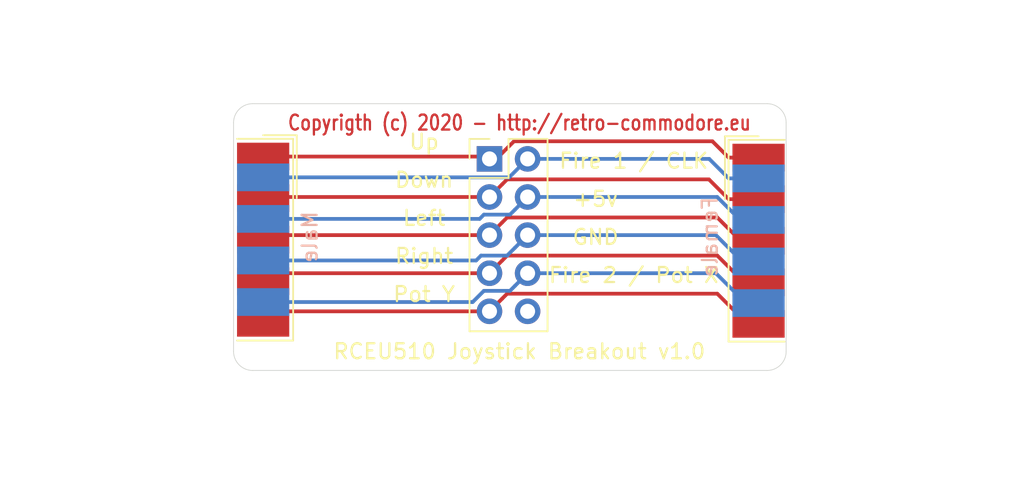
<source format=kicad_pcb>
(kicad_pcb (version 20171130) (host pcbnew "(5.1.8)-1")

  (general
    (thickness 1.6)
    (drawings 21)
    (tracks 64)
    (zones 0)
    (modules 3)
    (nets 11)
  )

  (page A4)
  (title_block
    (title "RCEU510 - Joystick Breakout")
    (date 2020-02-17)
    (rev 1)
    (comment 3 "by Tomse in 2020")
    (comment 4 http://retro-commodore.eu)
  )

  (layers
    (0 F.Cu signal)
    (31 B.Cu signal)
    (32 B.Adhes user)
    (33 F.Adhes user)
    (34 B.Paste user)
    (35 F.Paste user)
    (36 B.SilkS user)
    (37 F.SilkS user)
    (38 B.Mask user)
    (39 F.Mask user)
    (40 Dwgs.User user)
    (41 Cmts.User user)
    (42 Eco1.User user)
    (43 Eco2.User user)
    (44 Edge.Cuts user)
    (45 Margin user)
    (46 B.CrtYd user)
    (47 F.CrtYd user)
    (48 B.Fab user)
    (49 F.Fab user)
  )

  (setup
    (last_trace_width 0.25)
    (trace_clearance 0.2)
    (zone_clearance 0.508)
    (zone_45_only no)
    (trace_min 0.2)
    (via_size 0.8)
    (via_drill 0.4)
    (via_min_size 0.4)
    (via_min_drill 0.3)
    (uvia_size 0.3)
    (uvia_drill 0.1)
    (uvias_allowed no)
    (uvia_min_size 0.2)
    (uvia_min_drill 0.1)
    (edge_width 0.05)
    (segment_width 0.2)
    (pcb_text_width 0.3)
    (pcb_text_size 1.5 1.5)
    (mod_edge_width 0.12)
    (mod_text_size 1 1)
    (mod_text_width 0.15)
    (pad_size 1.524 1.524)
    (pad_drill 0.762)
    (pad_to_mask_clearance 0.051)
    (solder_mask_min_width 0.25)
    (aux_axis_origin 0 0)
    (visible_elements 7FFFFFFF)
    (pcbplotparams
      (layerselection 0x010fc_ffffffff)
      (usegerberextensions false)
      (usegerberattributes false)
      (usegerberadvancedattributes false)
      (creategerberjobfile false)
      (excludeedgelayer true)
      (linewidth 0.100000)
      (plotframeref false)
      (viasonmask false)
      (mode 1)
      (useauxorigin false)
      (hpglpennumber 1)
      (hpglpenspeed 20)
      (hpglpendiameter 15.000000)
      (psnegative false)
      (psa4output false)
      (plotreference true)
      (plotvalue true)
      (plotinvisibletext false)
      (padsonsilk false)
      (subtractmaskfromsilk false)
      (outputformat 1)
      (mirror false)
      (drillshape 0)
      (scaleselection 1)
      (outputdirectory "joystick breakout/"))
  )

  (net 0 "")
  (net 1 "Net-(J1-Pad9)")
  (net 2 "Net-(J1-Pad8)")
  (net 3 "Net-(J1-Pad7)")
  (net 4 "Net-(J1-Pad6)")
  (net 5 "Net-(J1-Pad5)")
  (net 6 "Net-(J1-Pad4)")
  (net 7 "Net-(J1-Pad3)")
  (net 8 "Net-(J1-Pad2)")
  (net 9 "Net-(J1-Pad1)")
  (net 10 "Net-(J2-Pad10)")

  (net_class Default "This is the default net class."
    (clearance 0.2)
    (trace_width 0.25)
    (via_dia 0.8)
    (via_drill 0.4)
    (uvia_dia 0.3)
    (uvia_drill 0.1)
    (add_net "Net-(J1-Pad1)")
    (add_net "Net-(J1-Pad2)")
    (add_net "Net-(J1-Pad3)")
    (add_net "Net-(J1-Pad4)")
    (add_net "Net-(J1-Pad5)")
    (add_net "Net-(J1-Pad6)")
    (add_net "Net-(J1-Pad7)")
    (add_net "Net-(J1-Pad8)")
    (add_net "Net-(J1-Pad9)")
    (add_net "Net-(J2-Pad10)")
  )

  (module Connector_PinHeader_2.54mm:PinHeader_2x05_P2.54mm_Vertical (layer F.Cu) (tedit 59FED5CC) (tstamp 5E4ACC64)
    (at 161.83726 101.46961)
    (descr "Through hole straight pin header, 2x05, 2.54mm pitch, double rows")
    (tags "Through hole pin header THT 2x05 2.54mm double row")
    (path /5E4AAB0C)
    (fp_text reference J2 (at 1.27 -2.33) (layer F.SilkS) hide
      (effects (font (size 1 1) (thickness 0.15)))
    )
    (fp_text value Conn_02x05_Top_Bottom_MountingPin (at 1.27 12.49) (layer F.Fab) hide
      (effects (font (size 1 1) (thickness 0.15)))
    )
    (fp_line (start 0 -1.27) (end 3.81 -1.27) (layer F.Fab) (width 0.1))
    (fp_line (start 3.81 -1.27) (end 3.81 11.43) (layer F.Fab) (width 0.1))
    (fp_line (start 3.81 11.43) (end -1.27 11.43) (layer F.Fab) (width 0.1))
    (fp_line (start -1.27 11.43) (end -1.27 0) (layer F.Fab) (width 0.1))
    (fp_line (start -1.27 0) (end 0 -1.27) (layer F.Fab) (width 0.1))
    (fp_line (start -1.33 11.49) (end 3.87 11.49) (layer F.SilkS) (width 0.12))
    (fp_line (start -1.33 1.27) (end -1.33 11.49) (layer F.SilkS) (width 0.12))
    (fp_line (start 3.87 -1.33) (end 3.87 11.49) (layer F.SilkS) (width 0.12))
    (fp_line (start -1.33 1.27) (end 1.27 1.27) (layer F.SilkS) (width 0.12))
    (fp_line (start 1.27 1.27) (end 1.27 -1.33) (layer F.SilkS) (width 0.12))
    (fp_line (start 1.27 -1.33) (end 3.87 -1.33) (layer F.SilkS) (width 0.12))
    (fp_line (start -1.33 0) (end -1.33 -1.33) (layer F.SilkS) (width 0.12))
    (fp_line (start -1.33 -1.33) (end 0 -1.33) (layer F.SilkS) (width 0.12))
    (fp_line (start -1.8 -1.8) (end -1.8 11.95) (layer F.CrtYd) (width 0.05))
    (fp_line (start -1.8 11.95) (end 4.35 11.95) (layer F.CrtYd) (width 0.05))
    (fp_line (start 4.35 11.95) (end 4.35 -1.8) (layer F.CrtYd) (width 0.05))
    (fp_line (start 4.35 -1.8) (end -1.8 -1.8) (layer F.CrtYd) (width 0.05))
    (fp_text user %R (at 1.27 5.08 90) (layer F.Fab)
      (effects (font (size 1 1) (thickness 0.15)))
    )
    (pad 10 thru_hole oval (at 2.54 10.16) (size 1.7 1.7) (drill 1) (layers *.Cu *.Mask)
      (net 10 "Net-(J2-Pad10)"))
    (pad 9 thru_hole oval (at 0 10.16) (size 1.7 1.7) (drill 1) (layers *.Cu *.Mask)
      (net 5 "Net-(J1-Pad5)"))
    (pad 8 thru_hole oval (at 2.54 7.62) (size 1.7 1.7) (drill 1) (layers *.Cu *.Mask)
      (net 1 "Net-(J1-Pad9)"))
    (pad 7 thru_hole oval (at 0 7.62) (size 1.7 1.7) (drill 1) (layers *.Cu *.Mask)
      (net 6 "Net-(J1-Pad4)"))
    (pad 6 thru_hole oval (at 2.54 5.08) (size 1.7 1.7) (drill 1) (layers *.Cu *.Mask)
      (net 2 "Net-(J1-Pad8)"))
    (pad 5 thru_hole oval (at 0 5.08) (size 1.7 1.7) (drill 1) (layers *.Cu *.Mask)
      (net 7 "Net-(J1-Pad3)"))
    (pad 4 thru_hole oval (at 2.54 2.54) (size 1.7 1.7) (drill 1) (layers *.Cu *.Mask)
      (net 3 "Net-(J1-Pad7)"))
    (pad 3 thru_hole oval (at 0 2.54) (size 1.7 1.7) (drill 1) (layers *.Cu *.Mask)
      (net 8 "Net-(J1-Pad2)"))
    (pad 2 thru_hole oval (at 2.54 0) (size 1.7 1.7) (drill 1) (layers *.Cu *.Mask)
      (net 4 "Net-(J1-Pad6)"))
    (pad 1 thru_hole rect (at 0 0) (size 1.7 1.7) (drill 1) (layers *.Cu *.Mask)
      (net 9 "Net-(J1-Pad1)"))
    (model ${KISYS3DMOD}/Connector_PinHeader_2.54mm.3dshapes/PinHeader_2x05_P2.54mm_Vertical.wrl
      (at (xyz 0 0 0))
      (scale (xyz 1 1 1))
      (rotate (xyz 0 0 0))
    )
  )

  (module Connector_Dsub:DSUB-9_Female_EdgeMount_P2.77mm (layer F.Cu) (tedit 59FEDEE2) (tstamp 5E4AD3F2)
    (at 179.77083 106.924286 90)
    (descr "9-pin D-Sub connector, solder-cups edge-mounted, female, x-pin-pitch 2.77mm, distance of mounting holes 25mm, see https://disti-assets.s3.amazonaws.com/tonar/files/datasheets/16730.pdf")
    (tags "9-pin D-Sub connector edge mount solder cup female x-pin-pitch 2.77mm mounting holes distance 25mm")
    (path /5E4A70AB)
    (attr smd)
    (fp_text reference J3 (at -9.463333 0 90) (layer F.SilkS) hide
      (effects (font (size 1 1) (thickness 0.15)))
    )
    (fp_text value DB9_Female (at 0 16.86 90) (layer F.Fab)
      (effects (font (size 1 1) (thickness 0.15)))
    )
    (fp_line (start 4.94 -0.91) (end 4.94 1.99) (layer F.Fab) (width 0.1))
    (fp_line (start 4.94 1.99) (end 6.14 1.99) (layer F.Fab) (width 0.1))
    (fp_line (start 6.14 1.99) (end 6.14 -0.91) (layer F.Fab) (width 0.1))
    (fp_line (start 6.14 -0.91) (end 4.94 -0.91) (layer F.Fab) (width 0.1))
    (fp_line (start 2.17 -0.91) (end 2.17 1.99) (layer F.Fab) (width 0.1))
    (fp_line (start 2.17 1.99) (end 3.37 1.99) (layer F.Fab) (width 0.1))
    (fp_line (start 3.37 1.99) (end 3.37 -0.91) (layer F.Fab) (width 0.1))
    (fp_line (start 3.37 -0.91) (end 2.17 -0.91) (layer F.Fab) (width 0.1))
    (fp_line (start -0.6 -0.91) (end -0.6 1.99) (layer F.Fab) (width 0.1))
    (fp_line (start -0.6 1.99) (end 0.6 1.99) (layer F.Fab) (width 0.1))
    (fp_line (start 0.6 1.99) (end 0.6 -0.91) (layer F.Fab) (width 0.1))
    (fp_line (start 0.6 -0.91) (end -0.6 -0.91) (layer F.Fab) (width 0.1))
    (fp_line (start -3.37 -0.91) (end -3.37 1.99) (layer F.Fab) (width 0.1))
    (fp_line (start -3.37 1.99) (end -2.17 1.99) (layer F.Fab) (width 0.1))
    (fp_line (start -2.17 1.99) (end -2.17 -0.91) (layer F.Fab) (width 0.1))
    (fp_line (start -2.17 -0.91) (end -3.37 -0.91) (layer F.Fab) (width 0.1))
    (fp_line (start -6.14 -0.91) (end -6.14 1.99) (layer F.Fab) (width 0.1))
    (fp_line (start -6.14 1.99) (end -4.94 1.99) (layer F.Fab) (width 0.1))
    (fp_line (start -4.94 1.99) (end -4.94 -0.91) (layer F.Fab) (width 0.1))
    (fp_line (start -4.94 -0.91) (end -6.14 -0.91) (layer F.Fab) (width 0.1))
    (fp_line (start 3.555 -0.91) (end 3.555 1.99) (layer B.Fab) (width 0.1))
    (fp_line (start 3.555 1.99) (end 4.755 1.99) (layer B.Fab) (width 0.1))
    (fp_line (start 4.755 1.99) (end 4.755 -0.91) (layer B.Fab) (width 0.1))
    (fp_line (start 4.755 -0.91) (end 3.555 -0.91) (layer B.Fab) (width 0.1))
    (fp_line (start 0.785 -0.91) (end 0.785 1.99) (layer B.Fab) (width 0.1))
    (fp_line (start 0.785 1.99) (end 1.985 1.99) (layer B.Fab) (width 0.1))
    (fp_line (start 1.985 1.99) (end 1.985 -0.91) (layer B.Fab) (width 0.1))
    (fp_line (start 1.985 -0.91) (end 0.785 -0.91) (layer B.Fab) (width 0.1))
    (fp_line (start -1.985 -0.91) (end -1.985 1.99) (layer B.Fab) (width 0.1))
    (fp_line (start -1.985 1.99) (end -0.785 1.99) (layer B.Fab) (width 0.1))
    (fp_line (start -0.785 1.99) (end -0.785 -0.91) (layer B.Fab) (width 0.1))
    (fp_line (start -0.785 -0.91) (end -1.985 -0.91) (layer B.Fab) (width 0.1))
    (fp_line (start -4.755 -0.91) (end -4.755 1.99) (layer B.Fab) (width 0.1))
    (fp_line (start -4.755 1.99) (end -3.555 1.99) (layer B.Fab) (width 0.1))
    (fp_line (start -3.555 1.99) (end -3.555 -0.91) (layer B.Fab) (width 0.1))
    (fp_line (start -3.555 -0.91) (end -4.755 -0.91) (layer B.Fab) (width 0.1))
    (fp_line (start -7.55 1.99) (end -7.55 4.79) (layer F.Fab) (width 0.1))
    (fp_line (start -7.55 4.79) (end 7.55 4.79) (layer F.Fab) (width 0.1))
    (fp_line (start 7.55 4.79) (end 7.55 1.99) (layer F.Fab) (width 0.1))
    (fp_line (start 7.55 1.99) (end -7.55 1.99) (layer F.Fab) (width 0.1))
    (fp_line (start -8.55 4.79) (end -8.55 9.29) (layer F.Fab) (width 0.1))
    (fp_line (start -8.55 9.29) (end 8.55 9.29) (layer F.Fab) (width 0.1))
    (fp_line (start 8.55 9.29) (end 8.55 4.79) (layer F.Fab) (width 0.1))
    (fp_line (start 8.55 4.79) (end -8.55 4.79) (layer F.Fab) (width 0.1))
    (fp_line (start -15.425 9.29) (end -15.425 9.69) (layer F.Fab) (width 0.1))
    (fp_line (start -15.425 9.69) (end 15.425 9.69) (layer F.Fab) (width 0.1))
    (fp_line (start 15.425 9.69) (end 15.425 9.29) (layer F.Fab) (width 0.1))
    (fp_line (start 15.425 9.29) (end -15.425 9.29) (layer F.Fab) (width 0.1))
    (fp_line (start -8.15 9.69) (end -8.15 15.86) (layer F.Fab) (width 0.1))
    (fp_line (start -8.15 15.86) (end 8.15 15.86) (layer F.Fab) (width 0.1))
    (fp_line (start 8.15 15.86) (end 8.15 9.69) (layer F.Fab) (width 0.1))
    (fp_line (start 8.15 9.69) (end -8.15 9.69) (layer F.Fab) (width 0.1))
    (fp_line (start -7 -2.25) (end 7 -2.25) (layer F.CrtYd) (width 0.05))
    (fp_line (start 7 -2.25) (end 7 1.5) (layer F.CrtYd) (width 0.05))
    (fp_line (start 7 1.5) (end 8.05 1.5) (layer F.CrtYd) (width 0.05))
    (fp_line (start 8.05 1.5) (end 8.05 4.3) (layer F.CrtYd) (width 0.05))
    (fp_line (start 8.05 4.3) (end 9.05 4.3) (layer F.CrtYd) (width 0.05))
    (fp_line (start 9.05 4.3) (end 9.05 8.8) (layer F.CrtYd) (width 0.05))
    (fp_line (start 9.05 8.8) (end 15.95 8.8) (layer F.CrtYd) (width 0.05))
    (fp_line (start 15.95 8.8) (end 15.95 10.2) (layer F.CrtYd) (width 0.05))
    (fp_line (start 15.95 10.2) (end 8.65 10.2) (layer F.CrtYd) (width 0.05))
    (fp_line (start 8.65 10.2) (end 8.65 16.4) (layer F.CrtYd) (width 0.05))
    (fp_line (start 8.65 16.4) (end -8.65 16.4) (layer F.CrtYd) (width 0.05))
    (fp_line (start -8.65 16.4) (end -8.65 10.2) (layer F.CrtYd) (width 0.05))
    (fp_line (start -8.65 10.2) (end -15.95 10.2) (layer F.CrtYd) (width 0.05))
    (fp_line (start -15.95 10.2) (end -15.95 8.8) (layer F.CrtYd) (width 0.05))
    (fp_line (start -15.95 8.8) (end -9.05 8.8) (layer F.CrtYd) (width 0.05))
    (fp_line (start -9.05 8.8) (end -9.05 4.3) (layer F.CrtYd) (width 0.05))
    (fp_line (start -9.05 4.3) (end -8.05 4.3) (layer F.CrtYd) (width 0.05))
    (fp_line (start -8.05 4.3) (end -8.05 1.5) (layer F.CrtYd) (width 0.05))
    (fp_line (start -8.05 1.5) (end -7 1.5) (layer F.CrtYd) (width 0.05))
    (fp_line (start -7 1.5) (end -7 -2.25) (layer F.CrtYd) (width 0.05))
    (fp_line (start 6.723333 1.74) (end 6.723333 -2) (layer F.SilkS) (width 0.12))
    (fp_line (start 6.723333 -2) (end -6.723333 -2) (layer F.SilkS) (width 0.12))
    (fp_line (start -6.723333 -2) (end -6.723333 1.74) (layer F.SilkS) (width 0.12))
    (fp_line (start 6.963333 0) (end 6.963333 -2.24) (layer F.SilkS) (width 0.12))
    (fp_line (start 6.963333 -2.24) (end 2.77 -2.24) (layer F.SilkS) (width 0.12))
    (fp_line (start -15.425 1.99) (end 15.425 1.99) (layer Dwgs.User) (width 0.05))
    (fp_text user "PCB edge" (at -10.425 1.323333 90) (layer Dwgs.User)
      (effects (font (size 0.5 0.5) (thickness 0.075)))
    )
    (fp_text user %R (at 0 3.39 90) (layer F.Fab)
      (effects (font (size 1 1) (thickness 0.15)))
    )
    (pad 9 smd rect (at -4.155 0 90) (size 1.846667 3.48) (layers B.Cu B.Paste B.Mask)
      (net 1 "Net-(J1-Pad9)"))
    (pad 8 smd rect (at -1.385 0 90) (size 1.846667 3.48) (layers B.Cu B.Paste B.Mask)
      (net 2 "Net-(J1-Pad8)"))
    (pad 7 smd rect (at 1.385 0 90) (size 1.846667 3.48) (layers B.Cu B.Paste B.Mask)
      (net 3 "Net-(J1-Pad7)"))
    (pad 6 smd rect (at 4.155 0 90) (size 1.846667 3.48) (layers B.Cu B.Paste B.Mask)
      (net 4 "Net-(J1-Pad6)"))
    (pad 5 smd rect (at -5.54 0 90) (size 1.846667 3.48) (layers F.Cu F.Paste F.Mask)
      (net 5 "Net-(J1-Pad5)"))
    (pad 4 smd rect (at -2.77 0 90) (size 1.846667 3.48) (layers F.Cu F.Paste F.Mask)
      (net 6 "Net-(J1-Pad4)"))
    (pad 3 smd rect (at 0 0 90) (size 1.846667 3.48) (layers F.Cu F.Paste F.Mask)
      (net 7 "Net-(J1-Pad3)"))
    (pad 2 smd rect (at 2.77 0 90) (size 1.846667 3.48) (layers F.Cu F.Paste F.Mask)
      (net 8 "Net-(J1-Pad2)"))
    (pad 1 smd rect (at 5.54 0 90) (size 1.846667 3.48) (layers F.Cu F.Paste F.Mask)
      (net 9 "Net-(J1-Pad1)"))
    (model ${KISYS3DMOD}/Connector_Dsub.3dshapes/DSUB-9_Female_Vertical_P2.77x2.84mm.step
      (offset (xyz 5.5 -2 0.5))
      (scale (xyz 1 1 1))
      (rotate (xyz -90 0 0))
    )
  )

  (module Connector_Dsub:DSUB-9_Male_EdgeMount_P2.77mm (layer F.Cu) (tedit 59FEDEE2) (tstamp 5E4AC76F)
    (at 146.75083 106.854286 270)
    (descr "9-pin D-Sub connector, solder-cups edge-mounted, male, x-pin-pitch 2.77mm, distance of mounting holes 25mm, see https://disti-assets.s3.amazonaws.com/tonar/files/datasheets/16730.pdf")
    (tags "9-pin D-Sub connector edge mount solder cup male x-pin-pitch 2.77mm mounting holes distance 25mm")
    (path /5E4A81F4)
    (attr smd)
    (fp_text reference J1 (at -9.463333 0 90) (layer F.SilkS) hide
      (effects (font (size 1 1) (thickness 0.15)))
    )
    (fp_text value DB9_Male (at 0 16.69 90) (layer F.Fab)
      (effects (font (size 1 1) (thickness 0.15)))
    )
    (fp_line (start -6.14 -0.91) (end -6.14 1.99) (layer F.Fab) (width 0.1))
    (fp_line (start -6.14 1.99) (end -4.94 1.99) (layer F.Fab) (width 0.1))
    (fp_line (start -4.94 1.99) (end -4.94 -0.91) (layer F.Fab) (width 0.1))
    (fp_line (start -4.94 -0.91) (end -6.14 -0.91) (layer F.Fab) (width 0.1))
    (fp_line (start -3.37 -0.91) (end -3.37 1.99) (layer F.Fab) (width 0.1))
    (fp_line (start -3.37 1.99) (end -2.17 1.99) (layer F.Fab) (width 0.1))
    (fp_line (start -2.17 1.99) (end -2.17 -0.91) (layer F.Fab) (width 0.1))
    (fp_line (start -2.17 -0.91) (end -3.37 -0.91) (layer F.Fab) (width 0.1))
    (fp_line (start -0.6 -0.91) (end -0.6 1.99) (layer F.Fab) (width 0.1))
    (fp_line (start -0.6 1.99) (end 0.6 1.99) (layer F.Fab) (width 0.1))
    (fp_line (start 0.6 1.99) (end 0.6 -0.91) (layer F.Fab) (width 0.1))
    (fp_line (start 0.6 -0.91) (end -0.6 -0.91) (layer F.Fab) (width 0.1))
    (fp_line (start 2.17 -0.91) (end 2.17 1.99) (layer F.Fab) (width 0.1))
    (fp_line (start 2.17 1.99) (end 3.37 1.99) (layer F.Fab) (width 0.1))
    (fp_line (start 3.37 1.99) (end 3.37 -0.91) (layer F.Fab) (width 0.1))
    (fp_line (start 3.37 -0.91) (end 2.17 -0.91) (layer F.Fab) (width 0.1))
    (fp_line (start 4.94 -0.91) (end 4.94 1.99) (layer F.Fab) (width 0.1))
    (fp_line (start 4.94 1.99) (end 6.14 1.99) (layer F.Fab) (width 0.1))
    (fp_line (start 6.14 1.99) (end 6.14 -0.91) (layer F.Fab) (width 0.1))
    (fp_line (start 6.14 -0.91) (end 4.94 -0.91) (layer F.Fab) (width 0.1))
    (fp_line (start -4.755 -0.91) (end -4.755 1.99) (layer B.Fab) (width 0.1))
    (fp_line (start -4.755 1.99) (end -3.555 1.99) (layer B.Fab) (width 0.1))
    (fp_line (start -3.555 1.99) (end -3.555 -0.91) (layer B.Fab) (width 0.1))
    (fp_line (start -3.555 -0.91) (end -4.755 -0.91) (layer B.Fab) (width 0.1))
    (fp_line (start -1.985 -0.91) (end -1.985 1.99) (layer B.Fab) (width 0.1))
    (fp_line (start -1.985 1.99) (end -0.785 1.99) (layer B.Fab) (width 0.1))
    (fp_line (start -0.785 1.99) (end -0.785 -0.91) (layer B.Fab) (width 0.1))
    (fp_line (start -0.785 -0.91) (end -1.985 -0.91) (layer B.Fab) (width 0.1))
    (fp_line (start 0.785 -0.91) (end 0.785 1.99) (layer B.Fab) (width 0.1))
    (fp_line (start 0.785 1.99) (end 1.985 1.99) (layer B.Fab) (width 0.1))
    (fp_line (start 1.985 1.99) (end 1.985 -0.91) (layer B.Fab) (width 0.1))
    (fp_line (start 1.985 -0.91) (end 0.785 -0.91) (layer B.Fab) (width 0.1))
    (fp_line (start 3.555 -0.91) (end 3.555 1.99) (layer B.Fab) (width 0.1))
    (fp_line (start 3.555 1.99) (end 4.755 1.99) (layer B.Fab) (width 0.1))
    (fp_line (start 4.755 1.99) (end 4.755 -0.91) (layer B.Fab) (width 0.1))
    (fp_line (start 4.755 -0.91) (end 3.555 -0.91) (layer B.Fab) (width 0.1))
    (fp_line (start -7.55 1.99) (end -7.55 4.79) (layer F.Fab) (width 0.1))
    (fp_line (start -7.55 4.79) (end 7.55 4.79) (layer F.Fab) (width 0.1))
    (fp_line (start 7.55 4.79) (end 7.55 1.99) (layer F.Fab) (width 0.1))
    (fp_line (start 7.55 1.99) (end -7.55 1.99) (layer F.Fab) (width 0.1))
    (fp_line (start -8.55 4.79) (end -8.55 9.29) (layer F.Fab) (width 0.1))
    (fp_line (start -8.55 9.29) (end 8.55 9.29) (layer F.Fab) (width 0.1))
    (fp_line (start 8.55 9.29) (end 8.55 4.79) (layer F.Fab) (width 0.1))
    (fp_line (start 8.55 4.79) (end -8.55 4.79) (layer F.Fab) (width 0.1))
    (fp_line (start -15.425 9.29) (end -15.425 9.69) (layer F.Fab) (width 0.1))
    (fp_line (start -15.425 9.69) (end 15.425 9.69) (layer F.Fab) (width 0.1))
    (fp_line (start 15.425 9.69) (end 15.425 9.29) (layer F.Fab) (width 0.1))
    (fp_line (start 15.425 9.29) (end -15.425 9.29) (layer F.Fab) (width 0.1))
    (fp_line (start -8.15 9.69) (end -8.15 15.69) (layer F.Fab) (width 0.1))
    (fp_line (start -8.15 15.69) (end 8.15 15.69) (layer F.Fab) (width 0.1))
    (fp_line (start 8.15 15.69) (end 8.15 9.69) (layer F.Fab) (width 0.1))
    (fp_line (start 8.15 9.69) (end -8.15 9.69) (layer F.Fab) (width 0.1))
    (fp_line (start -7 -2.25) (end 7 -2.25) (layer F.CrtYd) (width 0.05))
    (fp_line (start 7 -2.25) (end 7 1.5) (layer F.CrtYd) (width 0.05))
    (fp_line (start 7 1.5) (end 8.05 1.5) (layer F.CrtYd) (width 0.05))
    (fp_line (start 8.05 1.5) (end 8.05 4.3) (layer F.CrtYd) (width 0.05))
    (fp_line (start 8.05 4.3) (end 9.05 4.3) (layer F.CrtYd) (width 0.05))
    (fp_line (start 9.05 4.3) (end 9.05 8.8) (layer F.CrtYd) (width 0.05))
    (fp_line (start 9.05 8.8) (end 15.95 8.8) (layer F.CrtYd) (width 0.05))
    (fp_line (start 15.95 8.8) (end 15.95 10.2) (layer F.CrtYd) (width 0.05))
    (fp_line (start 15.95 10.2) (end 8.65 10.2) (layer F.CrtYd) (width 0.05))
    (fp_line (start 8.65 10.2) (end 8.65 16.2) (layer F.CrtYd) (width 0.05))
    (fp_line (start 8.65 16.2) (end -8.65 16.2) (layer F.CrtYd) (width 0.05))
    (fp_line (start -8.65 16.2) (end -8.65 10.2) (layer F.CrtYd) (width 0.05))
    (fp_line (start -8.65 10.2) (end -15.95 10.2) (layer F.CrtYd) (width 0.05))
    (fp_line (start -15.95 10.2) (end -15.95 8.8) (layer F.CrtYd) (width 0.05))
    (fp_line (start -15.95 8.8) (end -9.05 8.8) (layer F.CrtYd) (width 0.05))
    (fp_line (start -9.05 8.8) (end -9.05 4.3) (layer F.CrtYd) (width 0.05))
    (fp_line (start -9.05 4.3) (end -8.05 4.3) (layer F.CrtYd) (width 0.05))
    (fp_line (start -8.05 4.3) (end -8.05 1.5) (layer F.CrtYd) (width 0.05))
    (fp_line (start -8.05 1.5) (end -7 1.5) (layer F.CrtYd) (width 0.05))
    (fp_line (start -7 1.5) (end -7 -2.25) (layer F.CrtYd) (width 0.05))
    (fp_line (start 6.723333 1.74) (end 6.723333 -2) (layer F.SilkS) (width 0.12))
    (fp_line (start 6.723333 -2) (end -6.723333 -2) (layer F.SilkS) (width 0.12))
    (fp_line (start -6.723333 -2) (end -6.723333 1.74) (layer F.SilkS) (width 0.12))
    (fp_line (start -6.963333 0) (end -6.963333 -2.24) (layer F.SilkS) (width 0.12))
    (fp_line (start -6.963333 -2.24) (end -2.77 -2.24) (layer F.SilkS) (width 0.12))
    (fp_line (start -15.425 1.99) (end 15.425 1.99) (layer Dwgs.User) (width 0.05))
    (fp_text user "PCB edge" (at -10.425 1.323333 90) (layer Dwgs.User)
      (effects (font (size 0.5 0.5) (thickness 0.075)))
    )
    (fp_text user %R (at 0 3.39 90) (layer F.Fab)
      (effects (font (size 1 1) (thickness 0.15)))
    )
    (pad 9 smd rect (at 4.155 0 270) (size 1.846667 3.48) (layers B.Cu B.Paste B.Mask)
      (net 1 "Net-(J1-Pad9)"))
    (pad 8 smd rect (at 1.385 0 270) (size 1.846667 3.48) (layers B.Cu B.Paste B.Mask)
      (net 2 "Net-(J1-Pad8)"))
    (pad 7 smd rect (at -1.385 0 270) (size 1.846667 3.48) (layers B.Cu B.Paste B.Mask)
      (net 3 "Net-(J1-Pad7)"))
    (pad 6 smd rect (at -4.155 0 270) (size 1.846667 3.48) (layers B.Cu B.Paste B.Mask)
      (net 4 "Net-(J1-Pad6)"))
    (pad 5 smd rect (at 5.54 0 270) (size 1.846667 3.48) (layers F.Cu F.Paste F.Mask)
      (net 5 "Net-(J1-Pad5)"))
    (pad 4 smd rect (at 2.77 0 270) (size 1.846667 3.48) (layers F.Cu F.Paste F.Mask)
      (net 6 "Net-(J1-Pad4)"))
    (pad 3 smd rect (at 0 0 270) (size 1.846667 3.48) (layers F.Cu F.Paste F.Mask)
      (net 7 "Net-(J1-Pad3)"))
    (pad 2 smd rect (at -2.77 0 270) (size 1.846667 3.48) (layers F.Cu F.Paste F.Mask)
      (net 8 "Net-(J1-Pad2)"))
    (pad 1 smd rect (at -5.54 0 270) (size 1.846667 3.48) (layers F.Cu F.Paste F.Mask)
      (net 9 "Net-(J1-Pad1)"))
    (model ${KISYS3DMOD}/Connector_Dsub.3dshapes/DSUB-9_Male_Vertical_P2.77x2.84mm.step
      (offset (xyz -5.5 -2 0.5))
      (scale (xyz 1 1 1))
      (rotate (xyz -90 0 0))
    )
  )

  (gr_text Male (at 149.86 106.68 90) (layer B.SilkS)
    (effects (font (size 1 1) (thickness 0.15)) (justify mirror))
  )
  (gr_text Female (at 176.53 106.68 90) (layer B.SilkS)
    (effects (font (size 1 1) (thickness 0.15)) (justify mirror))
  )
  (gr_text "Fire 2 / Pot X" (at 171.45 109.22) (layer F.SilkS)
    (effects (font (size 1 1) (thickness 0.15)))
  )
  (gr_text GND (at 168.91 106.68) (layer F.SilkS)
    (effects (font (size 1 1) (thickness 0.15)))
  )
  (gr_text +5v (at 168.91 104.14) (layer F.SilkS)
    (effects (font (size 1 1) (thickness 0.15)))
  )
  (gr_text "Fire 1 / CLK" (at 171.45 101.6) (layer F.SilkS)
    (effects (font (size 1 1) (thickness 0.15)))
  )
  (gr_text "Pot Y" (at 157.48 110.49) (layer F.SilkS)
    (effects (font (size 1 1) (thickness 0.15)))
  )
  (gr_text Right (at 157.48 107.95) (layer F.SilkS)
    (effects (font (size 1 1) (thickness 0.15)))
  )
  (gr_text Left (at 157.48 105.41) (layer F.SilkS)
    (effects (font (size 1 1) (thickness 0.15)))
  )
  (gr_text Down (at 157.48 102.87) (layer F.SilkS)
    (effects (font (size 1 1) (thickness 0.15)))
  )
  (gr_text Up (at 157.48 100.33) (layer F.SilkS)
    (effects (font (size 1 1) (thickness 0.15)))
  )
  (gr_text "RCEU510 Joystick Breakout v1.0" (at 163.83 114.3) (layer F.SilkS)
    (effects (font (size 1 1) (thickness 0.15)))
  )
  (gr_text "Copyrigth (c) 2020 - http://retro-commodore.eu" (at 163.83 99.06) (layer F.Cu)
    (effects (font (size 1 0.8) (thickness 0.15)))
  )
  (gr_arc (start 146.05 114.3) (end 144.78 114.3) (angle -90) (layer Edge.Cuts) (width 0.05))
  (gr_arc (start 180.34 114.3) (end 180.34 115.57) (angle -90) (layer Edge.Cuts) (width 0.05))
  (gr_arc (start 180.34 99.06) (end 181.61 99.06) (angle -90) (layer Edge.Cuts) (width 0.05))
  (gr_arc (start 146.05 99.06) (end 146.05 97.79) (angle -90) (layer Edge.Cuts) (width 0.05) (tstamp 5E4AD4D2))
  (gr_line (start 144.78 114.3) (end 144.78 99.06) (layer Edge.Cuts) (width 0.05) (tstamp 5E4AD31E))
  (gr_line (start 180.34 115.57) (end 146.05 115.57) (layer Edge.Cuts) (width 0.05))
  (gr_line (start 181.61 99.06) (end 181.61 114.3) (layer Edge.Cuts) (width 0.05))
  (gr_line (start 146.05 97.79) (end 180.34 97.79) (layer Edge.Cuts) (width 0.05))

  (segment (start 179.77083 111.079286) (end 178.91583 111.079286) (width 0.25) (layer B.Cu) (net 1))
  (segment (start 176.926154 109.08961) (end 164.37726 109.08961) (width 0.25) (layer B.Cu) (net 1))
  (segment (start 178.91583 111.079286) (end 176.926154 109.08961) (width 0.25) (layer B.Cu) (net 1))
  (segment (start 163.527261 109.939609) (end 164.37726 109.08961) (width 0.25) (layer B.Cu) (net 1))
  (segment (start 163.202259 110.264611) (end 163.527261 109.939609) (width 0.25) (layer B.Cu) (net 1))
  (segment (start 161.463257 110.264611) (end 163.202259 110.264611) (width 0.25) (layer B.Cu) (net 1))
  (segment (start 160.718582 111.009286) (end 161.463257 110.264611) (width 0.25) (layer B.Cu) (net 1))
  (segment (start 146.75083 111.009286) (end 160.718582 111.009286) (width 0.25) (layer B.Cu) (net 1))
  (segment (start 179.77083 108.309286) (end 178.68583 108.309286) (width 0.25) (layer B.Cu) (net 2))
  (segment (start 176.926154 106.54961) (end 164.37726 106.54961) (width 0.25) (layer B.Cu) (net 2))
  (segment (start 178.68583 108.309286) (end 176.926154 106.54961) (width 0.25) (layer B.Cu) (net 2))
  (segment (start 163.527261 107.399609) (end 164.37726 106.54961) (width 0.25) (layer B.Cu) (net 2))
  (segment (start 161.273259 107.914609) (end 163.012261 107.914609) (width 0.25) (layer B.Cu) (net 2))
  (segment (start 163.012261 107.914609) (end 163.527261 107.399609) (width 0.25) (layer B.Cu) (net 2))
  (segment (start 160.948582 108.239286) (end 161.273259 107.914609) (width 0.25) (layer B.Cu) (net 2))
  (segment (start 146.75083 108.239286) (end 160.948582 108.239286) (width 0.25) (layer B.Cu) (net 2))
  (segment (start 179.77083 105.539286) (end 178.54583 105.539286) (width 0.25) (layer B.Cu) (net 3))
  (segment (start 177.016154 104.00961) (end 164.37726 104.00961) (width 0.25) (layer B.Cu) (net 3))
  (segment (start 178.54583 105.539286) (end 177.016154 104.00961) (width 0.25) (layer B.Cu) (net 3))
  (segment (start 163.202259 105.184611) (end 163.527261 104.859609) (width 0.25) (layer B.Cu) (net 3))
  (segment (start 161.463257 105.184611) (end 163.202259 105.184611) (width 0.25) (layer B.Cu) (net 3))
  (segment (start 163.527261 104.859609) (end 164.37726 104.00961) (width 0.25) (layer B.Cu) (net 3))
  (segment (start 161.178582 105.469286) (end 161.463257 105.184611) (width 0.25) (layer B.Cu) (net 3))
  (segment (start 146.75083 105.469286) (end 161.178582 105.469286) (width 0.25) (layer B.Cu) (net 3))
  (segment (start 176.481154 101.46961) (end 164.37726 101.46961) (width 0.25) (layer B.Cu) (net 4))
  (segment (start 179.77083 102.769286) (end 177.78083 102.769286) (width 0.25) (layer B.Cu) (net 4))
  (segment (start 177.78083 102.769286) (end 176.481154 101.46961) (width 0.25) (layer B.Cu) (net 4))
  (segment (start 163.147584 102.699286) (end 164.37726 101.46961) (width 0.25) (layer B.Cu) (net 4))
  (segment (start 146.75083 102.699286) (end 163.147584 102.699286) (width 0.25) (layer B.Cu) (net 4))
  (segment (start 147.515506 111.62961) (end 146.75083 112.394286) (width 0.25) (layer F.Cu) (net 5))
  (segment (start 161.83726 111.62961) (end 147.515506 111.62961) (width 0.25) (layer F.Cu) (net 5))
  (segment (start 179.77083 112.464286) (end 179.03083 112.464286) (width 0.25) (layer F.Cu) (net 5))
  (segment (start 162.687259 110.779611) (end 161.83726 111.62961) (width 0.25) (layer F.Cu) (net 5))
  (segment (start 163.012261 110.454609) (end 162.687259 110.779611) (width 0.25) (layer F.Cu) (net 5))
  (segment (start 177.021153 110.454609) (end 163.012261 110.454609) (width 0.25) (layer F.Cu) (net 5))
  (segment (start 179.03083 112.464286) (end 177.021153 110.454609) (width 0.25) (layer F.Cu) (net 5))
  (segment (start 147.285506 109.08961) (end 146.75083 109.624286) (width 0.25) (layer F.Cu) (net 6))
  (segment (start 161.83726 109.08961) (end 147.285506 109.08961) (width 0.25) (layer F.Cu) (net 6))
  (segment (start 179.77083 109.694286) (end 178.80083 109.694286) (width 0.25) (layer F.Cu) (net 6))
  (segment (start 162.687259 108.239611) (end 161.83726 109.08961) (width 0.25) (layer F.Cu) (net 6))
  (segment (start 177.021153 107.914609) (end 163.012261 107.914609) (width 0.25) (layer F.Cu) (net 6))
  (segment (start 163.012261 107.914609) (end 162.687259 108.239611) (width 0.25) (layer F.Cu) (net 6))
  (segment (start 178.80083 109.694286) (end 177.021153 107.914609) (width 0.25) (layer F.Cu) (net 6))
  (segment (start 147.055506 106.54961) (end 146.75083 106.854286) (width 0.25) (layer F.Cu) (net 7))
  (segment (start 161.83726 106.54961) (end 147.055506 106.54961) (width 0.25) (layer F.Cu) (net 7))
  (segment (start 179.77083 106.924286) (end 178.57083 106.924286) (width 0.25) (layer F.Cu) (net 7))
  (segment (start 163.012261 105.374609) (end 162.687259 105.699611) (width 0.25) (layer F.Cu) (net 7))
  (segment (start 162.687259 105.699611) (end 161.83726 106.54961) (width 0.25) (layer F.Cu) (net 7))
  (segment (start 177.021153 105.374609) (end 163.012261 105.374609) (width 0.25) (layer F.Cu) (net 7))
  (segment (start 178.57083 106.924286) (end 177.021153 105.374609) (width 0.25) (layer F.Cu) (net 7))
  (segment (start 146.825506 104.00961) (end 146.75083 104.084286) (width 0.25) (layer F.Cu) (net 8))
  (segment (start 161.83726 104.00961) (end 146.825506 104.00961) (width 0.25) (layer F.Cu) (net 8))
  (segment (start 162.687259 103.159611) (end 161.83726 104.00961) (width 0.25) (layer F.Cu) (net 8))
  (segment (start 177.78083 104.154286) (end 176.461153 102.834609) (width 0.25) (layer F.Cu) (net 8))
  (segment (start 163.012261 102.834609) (end 162.687259 103.159611) (width 0.25) (layer F.Cu) (net 8))
  (segment (start 176.461153 102.834609) (end 163.012261 102.834609) (width 0.25) (layer F.Cu) (net 8))
  (segment (start 179.77083 104.154286) (end 177.78083 104.154286) (width 0.25) (layer F.Cu) (net 8))
  (segment (start 161.53083 101.314286) (end 161.99083 101.774286) (width 0.25) (layer F.Cu) (net 9))
  (segment (start 146.75083 101.314286) (end 161.53083 101.314286) (width 0.25) (layer F.Cu) (net 9))
  (segment (start 163.470507 100.294609) (end 162.295506 101.46961) (width 0.25) (layer F.Cu) (net 9))
  (segment (start 162.295506 101.46961) (end 161.83726 101.46961) (width 0.25) (layer F.Cu) (net 9))
  (segment (start 176.691153 100.294609) (end 163.470507 100.294609) (width 0.25) (layer F.Cu) (net 9))
  (segment (start 179.77083 101.384286) (end 177.78083 101.384286) (width 0.25) (layer F.Cu) (net 9))
  (segment (start 177.78083 101.384286) (end 176.691153 100.294609) (width 0.25) (layer F.Cu) (net 9))

)

</source>
